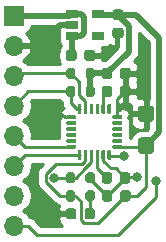
<source format=gtl>
G04 #@! TF.GenerationSoftware,KiCad,Pcbnew,(5.1.12)-1*
G04 #@! TF.CreationDate,2022-10-01T18:20:28+09:00*
G04 #@! TF.ProjectId,AT,41542e6b-6963-4616-945f-706362585858,rev?*
G04 #@! TF.SameCoordinates,PX6146580PY496ed40*
G04 #@! TF.FileFunction,Copper,L1,Top*
G04 #@! TF.FilePolarity,Positive*
%FSLAX46Y46*%
G04 Gerber Fmt 4.6, Leading zero omitted, Abs format (unit mm)*
G04 Created by KiCad (PCBNEW (5.1.12)-1) date 2022-10-01 18:20:28*
%MOMM*%
%LPD*%
G01*
G04 APERTURE LIST*
G04 #@! TA.AperFunction,ComponentPad*
%ADD10O,1.700000X1.700000*%
G04 #@! TD*
G04 #@! TA.AperFunction,ComponentPad*
%ADD11R,1.700000X1.700000*%
G04 #@! TD*
G04 #@! TA.AperFunction,SMDPad,CuDef*
%ADD12R,1.060000X0.650000*%
G04 #@! TD*
G04 #@! TA.AperFunction,ViaPad*
%ADD13C,0.800000*%
G04 #@! TD*
G04 #@! TA.AperFunction,Conductor*
%ADD14C,0.250000*%
G04 #@! TD*
G04 #@! TA.AperFunction,Conductor*
%ADD15C,0.500000*%
G04 #@! TD*
G04 #@! TA.AperFunction,Conductor*
%ADD16C,0.254000*%
G04 #@! TD*
G04 #@! TA.AperFunction,Conductor*
%ADD17C,0.100000*%
G04 #@! TD*
G04 APERTURE END LIST*
G04 #@! TO.P,C6,2*
G04 #@! TO.N,GND*
G04 #@! TA.AperFunction,SMDPad,CuDef*
G36*
G01*
X10360000Y-15090000D02*
X10360000Y-14590000D01*
G75*
G02*
X10585000Y-14365000I225000J0D01*
G01*
X11035000Y-14365000D01*
G75*
G02*
X11260000Y-14590000I0J-225000D01*
G01*
X11260000Y-15090000D01*
G75*
G02*
X11035000Y-15315000I-225000J0D01*
G01*
X10585000Y-15315000D01*
G75*
G02*
X10360000Y-15090000I0J225000D01*
G01*
G37*
G04 #@! TD.AperFunction*
G04 #@! TO.P,C6,1*
G04 #@! TO.N,Net-(C6-Pad1)*
G04 #@! TA.AperFunction,SMDPad,CuDef*
G36*
G01*
X8810000Y-15090000D02*
X8810000Y-14590000D01*
G75*
G02*
X9035000Y-14365000I225000J0D01*
G01*
X9485000Y-14365000D01*
G75*
G02*
X9710000Y-14590000I0J-225000D01*
G01*
X9710000Y-15090000D01*
G75*
G02*
X9485000Y-15315000I-225000J0D01*
G01*
X9035000Y-15315000D01*
G75*
G02*
X8810000Y-15090000I0J225000D01*
G01*
G37*
G04 #@! TD.AperFunction*
G04 #@! TD*
G04 #@! TO.P,D1,2*
G04 #@! TO.N,Net-(D1-Pad2)*
G04 #@! TA.AperFunction,SMDPad,CuDef*
G36*
G01*
X7370000Y-18136250D02*
X7370000Y-17623750D01*
G75*
G02*
X7588750Y-17405000I218750J0D01*
G01*
X8026250Y-17405000D01*
G75*
G02*
X8245000Y-17623750I0J-218750D01*
G01*
X8245000Y-18136250D01*
G75*
G02*
X8026250Y-18355000I-218750J0D01*
G01*
X7588750Y-18355000D01*
G75*
G02*
X7370000Y-18136250I0J218750D01*
G01*
G37*
G04 #@! TD.AperFunction*
G04 #@! TO.P,D1,1*
G04 #@! TO.N,GND*
G04 #@! TA.AperFunction,SMDPad,CuDef*
G36*
G01*
X5795000Y-18136250D02*
X5795000Y-17623750D01*
G75*
G02*
X6013750Y-17405000I218750J0D01*
G01*
X6451250Y-17405000D01*
G75*
G02*
X6670000Y-17623750I0J-218750D01*
G01*
X6670000Y-18136250D01*
G75*
G02*
X6451250Y-18355000I-218750J0D01*
G01*
X6013750Y-18355000D01*
G75*
G02*
X5795000Y-18136250I0J218750D01*
G01*
G37*
G04 #@! TD.AperFunction*
G04 #@! TD*
G04 #@! TO.P,R4,2*
G04 #@! TO.N,GND*
G04 #@! TA.AperFunction,SMDPad,CuDef*
G36*
G01*
X7450000Y-15105000D02*
X7450000Y-14555000D01*
G75*
G02*
X7650000Y-14355000I200000J0D01*
G01*
X8050000Y-14355000D01*
G75*
G02*
X8250000Y-14555000I0J-200000D01*
G01*
X8250000Y-15105000D01*
G75*
G02*
X8050000Y-15305000I-200000J0D01*
G01*
X7650000Y-15305000D01*
G75*
G02*
X7450000Y-15105000I0J200000D01*
G01*
G37*
G04 #@! TD.AperFunction*
G04 #@! TO.P,R4,1*
G04 #@! TO.N,/AD0*
G04 #@! TA.AperFunction,SMDPad,CuDef*
G36*
G01*
X5800000Y-15105000D02*
X5800000Y-14555000D01*
G75*
G02*
X6000000Y-14355000I200000J0D01*
G01*
X6400000Y-14355000D01*
G75*
G02*
X6600000Y-14555000I0J-200000D01*
G01*
X6600000Y-15105000D01*
G75*
G02*
X6400000Y-15305000I-200000J0D01*
G01*
X6000000Y-15305000D01*
G75*
G02*
X5800000Y-15105000I0J200000D01*
G01*
G37*
G04 #@! TD.AperFunction*
G04 #@! TD*
G04 #@! TO.P,R3,2*
G04 #@! TO.N,+3V3*
G04 #@! TA.AperFunction,SMDPad,CuDef*
G36*
G01*
X6595000Y-16085000D02*
X6595000Y-16635000D01*
G75*
G02*
X6395000Y-16835000I-200000J0D01*
G01*
X5995000Y-16835000D01*
G75*
G02*
X5795000Y-16635000I0J200000D01*
G01*
X5795000Y-16085000D01*
G75*
G02*
X5995000Y-15885000I200000J0D01*
G01*
X6395000Y-15885000D01*
G75*
G02*
X6595000Y-16085000I0J-200000D01*
G01*
G37*
G04 #@! TD.AperFunction*
G04 #@! TO.P,R3,1*
G04 #@! TO.N,Net-(D1-Pad2)*
G04 #@! TA.AperFunction,SMDPad,CuDef*
G36*
G01*
X8245000Y-16085000D02*
X8245000Y-16635000D01*
G75*
G02*
X8045000Y-16835000I-200000J0D01*
G01*
X7645000Y-16835000D01*
G75*
G02*
X7445000Y-16635000I0J200000D01*
G01*
X7445000Y-16085000D01*
G75*
G02*
X7645000Y-15885000I200000J0D01*
G01*
X8045000Y-15885000D01*
G75*
G02*
X8245000Y-16085000I0J-200000D01*
G01*
G37*
G04 #@! TD.AperFunction*
G04 #@! TD*
G04 #@! TO.P,R2,2*
G04 #@! TO.N,+3V3*
G04 #@! TA.AperFunction,SMDPad,CuDef*
G36*
G01*
X7455000Y-7785000D02*
X7455000Y-7235000D01*
G75*
G02*
X7655000Y-7035000I200000J0D01*
G01*
X8055000Y-7035000D01*
G75*
G02*
X8255000Y-7235000I0J-200000D01*
G01*
X8255000Y-7785000D01*
G75*
G02*
X8055000Y-7985000I-200000J0D01*
G01*
X7655000Y-7985000D01*
G75*
G02*
X7455000Y-7785000I0J200000D01*
G01*
G37*
G04 #@! TD.AperFunction*
G04 #@! TO.P,R2,1*
G04 #@! TO.N,/SDA*
G04 #@! TA.AperFunction,SMDPad,CuDef*
G36*
G01*
X5805000Y-7785000D02*
X5805000Y-7235000D01*
G75*
G02*
X6005000Y-7035000I200000J0D01*
G01*
X6405000Y-7035000D01*
G75*
G02*
X6605000Y-7235000I0J-200000D01*
G01*
X6605000Y-7785000D01*
G75*
G02*
X6405000Y-7985000I-200000J0D01*
G01*
X6005000Y-7985000D01*
G75*
G02*
X5805000Y-7785000I0J200000D01*
G01*
G37*
G04 #@! TD.AperFunction*
G04 #@! TD*
G04 #@! TO.P,R1,2*
G04 #@! TO.N,+3V3*
G04 #@! TA.AperFunction,SMDPad,CuDef*
G36*
G01*
X7455000Y-6265000D02*
X7455000Y-5715000D01*
G75*
G02*
X7655000Y-5515000I200000J0D01*
G01*
X8055000Y-5515000D01*
G75*
G02*
X8255000Y-5715000I0J-200000D01*
G01*
X8255000Y-6265000D01*
G75*
G02*
X8055000Y-6465000I-200000J0D01*
G01*
X7655000Y-6465000D01*
G75*
G02*
X7455000Y-6265000I0J200000D01*
G01*
G37*
G04 #@! TD.AperFunction*
G04 #@! TO.P,R1,1*
G04 #@! TO.N,/SCL*
G04 #@! TA.AperFunction,SMDPad,CuDef*
G36*
G01*
X5805000Y-6265000D02*
X5805000Y-5715000D01*
G75*
G02*
X6005000Y-5515000I200000J0D01*
G01*
X6405000Y-5515000D01*
G75*
G02*
X6605000Y-5715000I0J-200000D01*
G01*
X6605000Y-6265000D01*
G75*
G02*
X6405000Y-6465000I-200000J0D01*
G01*
X6005000Y-6465000D01*
G75*
G02*
X5805000Y-6265000I0J200000D01*
G01*
G37*
G04 #@! TD.AperFunction*
G04 #@! TD*
G04 #@! TO.P,C7,2*
G04 #@! TO.N,GND*
G04 #@! TA.AperFunction,SMDPad,CuDef*
G36*
G01*
X10370000Y-7760000D02*
X10370000Y-7260000D01*
G75*
G02*
X10595000Y-7035000I225000J0D01*
G01*
X11045000Y-7035000D01*
G75*
G02*
X11270000Y-7260000I0J-225000D01*
G01*
X11270000Y-7760000D01*
G75*
G02*
X11045000Y-7985000I-225000J0D01*
G01*
X10595000Y-7985000D01*
G75*
G02*
X10370000Y-7760000I0J225000D01*
G01*
G37*
G04 #@! TD.AperFunction*
G04 #@! TO.P,C7,1*
G04 #@! TO.N,Net-(C7-Pad1)*
G04 #@! TA.AperFunction,SMDPad,CuDef*
G36*
G01*
X8820000Y-7760000D02*
X8820000Y-7260000D01*
G75*
G02*
X9045000Y-7035000I225000J0D01*
G01*
X9495000Y-7035000D01*
G75*
G02*
X9720000Y-7260000I0J-225000D01*
G01*
X9720000Y-7760000D01*
G75*
G02*
X9495000Y-7985000I-225000J0D01*
G01*
X9045000Y-7985000D01*
G75*
G02*
X8820000Y-7760000I0J225000D01*
G01*
G37*
G04 #@! TD.AperFunction*
G04 #@! TD*
G04 #@! TO.P,C5,2*
G04 #@! TO.N,+3V3*
G04 #@! TA.AperFunction,SMDPad,CuDef*
G36*
G01*
X10450000Y-1465000D02*
X9950000Y-1465000D01*
G75*
G02*
X9725000Y-1240000I0J225000D01*
G01*
X9725000Y-790000D01*
G75*
G02*
X9950000Y-565000I225000J0D01*
G01*
X10450000Y-565000D01*
G75*
G02*
X10675000Y-790000I0J-225000D01*
G01*
X10675000Y-1240000D01*
G75*
G02*
X10450000Y-1465000I-225000J0D01*
G01*
G37*
G04 #@! TD.AperFunction*
G04 #@! TO.P,C5,1*
G04 #@! TO.N,GND*
G04 #@! TA.AperFunction,SMDPad,CuDef*
G36*
G01*
X10450000Y-3015000D02*
X9950000Y-3015000D01*
G75*
G02*
X9725000Y-2790000I0J225000D01*
G01*
X9725000Y-2340000D01*
G75*
G02*
X9950000Y-2115000I225000J0D01*
G01*
X10450000Y-2115000D01*
G75*
G02*
X10675000Y-2340000I0J-225000D01*
G01*
X10675000Y-2790000D01*
G75*
G02*
X10450000Y-3015000I-225000J0D01*
G01*
G37*
G04 #@! TD.AperFunction*
G04 #@! TD*
G04 #@! TO.P,C4,2*
G04 #@! TO.N,GND*
G04 #@! TA.AperFunction,SMDPad,CuDef*
G36*
G01*
X9735000Y-16110000D02*
X9735000Y-16610000D01*
G75*
G02*
X9510000Y-16835000I-225000J0D01*
G01*
X9060000Y-16835000D01*
G75*
G02*
X8835000Y-16610000I0J225000D01*
G01*
X8835000Y-16110000D01*
G75*
G02*
X9060000Y-15885000I225000J0D01*
G01*
X9510000Y-15885000D01*
G75*
G02*
X9735000Y-16110000I0J-225000D01*
G01*
G37*
G04 #@! TD.AperFunction*
G04 #@! TO.P,C4,1*
G04 #@! TO.N,+3V3*
G04 #@! TA.AperFunction,SMDPad,CuDef*
G36*
G01*
X11285000Y-16110000D02*
X11285000Y-16610000D01*
G75*
G02*
X11060000Y-16835000I-225000J0D01*
G01*
X10610000Y-16835000D01*
G75*
G02*
X10385000Y-16610000I0J225000D01*
G01*
X10385000Y-16110000D01*
G75*
G02*
X10610000Y-15885000I225000J0D01*
G01*
X11060000Y-15885000D01*
G75*
G02*
X11285000Y-16110000I0J-225000D01*
G01*
G37*
G04 #@! TD.AperFunction*
G04 #@! TD*
G04 #@! TO.P,C3,2*
G04 #@! TO.N,GND*
G04 #@! TA.AperFunction,SMDPad,CuDef*
G36*
G01*
X10375000Y-6240000D02*
X10375000Y-5740000D01*
G75*
G02*
X10600000Y-5515000I225000J0D01*
G01*
X11050000Y-5515000D01*
G75*
G02*
X11275000Y-5740000I0J-225000D01*
G01*
X11275000Y-6240000D01*
G75*
G02*
X11050000Y-6465000I-225000J0D01*
G01*
X10600000Y-6465000D01*
G75*
G02*
X10375000Y-6240000I0J225000D01*
G01*
G37*
G04 #@! TD.AperFunction*
G04 #@! TO.P,C3,1*
G04 #@! TO.N,+3V3*
G04 #@! TA.AperFunction,SMDPad,CuDef*
G36*
G01*
X8825000Y-6240000D02*
X8825000Y-5740000D01*
G75*
G02*
X9050000Y-5515000I225000J0D01*
G01*
X9500000Y-5515000D01*
G75*
G02*
X9725000Y-5740000I0J-225000D01*
G01*
X9725000Y-6240000D01*
G75*
G02*
X9500000Y-6465000I-225000J0D01*
G01*
X9050000Y-6465000D01*
G75*
G02*
X8825000Y-6240000I0J225000D01*
G01*
G37*
G04 #@! TD.AperFunction*
G04 #@! TD*
G04 #@! TO.P,C1,2*
G04 #@! TO.N,GND*
G04 #@! TA.AperFunction,SMDPad,CuDef*
G36*
G01*
X7355000Y-4720000D02*
X7355000Y-4220000D01*
G75*
G02*
X7580000Y-3995000I225000J0D01*
G01*
X8030000Y-3995000D01*
G75*
G02*
X8255000Y-4220000I0J-225000D01*
G01*
X8255000Y-4720000D01*
G75*
G02*
X8030000Y-4945000I-225000J0D01*
G01*
X7580000Y-4945000D01*
G75*
G02*
X7355000Y-4720000I0J225000D01*
G01*
G37*
G04 #@! TD.AperFunction*
G04 #@! TO.P,C1,1*
G04 #@! TO.N,+5V*
G04 #@! TA.AperFunction,SMDPad,CuDef*
G36*
G01*
X5805000Y-4720000D02*
X5805000Y-4220000D01*
G75*
G02*
X6030000Y-3995000I225000J0D01*
G01*
X6480000Y-3995000D01*
G75*
G02*
X6705000Y-4220000I0J-225000D01*
G01*
X6705000Y-4720000D01*
G75*
G02*
X6480000Y-4945000I-225000J0D01*
G01*
X6030000Y-4945000D01*
G75*
G02*
X5805000Y-4720000I0J225000D01*
G01*
G37*
G04 #@! TD.AperFunction*
G04 #@! TD*
G04 #@! TO.P,C2,2*
G04 #@! TO.N,GND*
G04 #@! TA.AperFunction,SMDPad,CuDef*
G36*
G01*
X13005001Y-10110000D02*
X12154999Y-10110000D01*
G75*
G02*
X11905000Y-9860001I0J249999D01*
G01*
X11905000Y-8959999D01*
G75*
G02*
X12154999Y-8710000I249999J0D01*
G01*
X13005001Y-8710000D01*
G75*
G02*
X13255000Y-8959999I0J-249999D01*
G01*
X13255000Y-9860001D01*
G75*
G02*
X13005001Y-10110000I-249999J0D01*
G01*
G37*
G04 #@! TD.AperFunction*
G04 #@! TO.P,C2,1*
G04 #@! TO.N,+3V3*
G04 #@! TA.AperFunction,SMDPad,CuDef*
G36*
G01*
X13005001Y-12810000D02*
X12154999Y-12810000D01*
G75*
G02*
X11905000Y-12560001I0J249999D01*
G01*
X11905000Y-11659999D01*
G75*
G02*
X12154999Y-11410000I249999J0D01*
G01*
X13005001Y-11410000D01*
G75*
G02*
X13255000Y-11659999I0J-249999D01*
G01*
X13255000Y-12560001D01*
G75*
G02*
X13005001Y-12810000I-249999J0D01*
G01*
G37*
G04 #@! TD.AperFunction*
G04 #@! TD*
D10*
G04 #@! TO.P,J1,8*
G04 #@! TO.N,/INT*
X1400000Y-18880000D03*
G04 #@! TO.P,J1,7*
G04 #@! TO.N,/AD0*
X1400000Y-16340000D03*
G04 #@! TO.P,J1,6*
G04 #@! TO.N,/XCL*
X1400000Y-13800000D03*
G04 #@! TO.P,J1,5*
G04 #@! TO.N,/XDA*
X1400000Y-11260000D03*
G04 #@! TO.P,J1,4*
G04 #@! TO.N,/SDA*
X1400000Y-8720000D03*
G04 #@! TO.P,J1,3*
G04 #@! TO.N,/SCL*
X1400000Y-6180000D03*
G04 #@! TO.P,J1,2*
G04 #@! TO.N,GND*
X1400000Y-3640000D03*
D11*
G04 #@! TO.P,J1,1*
G04 #@! TO.N,+5V*
X1400000Y-1100000D03*
G04 #@! TD*
G04 #@! TO.P,U2,24*
G04 #@! TO.N,/SDA*
G04 #@! TA.AperFunction,SMDPad,CuDef*
G36*
G01*
X7025000Y-9425000D02*
X6875000Y-9425000D01*
G75*
G02*
X6800000Y-9350000I0J75000D01*
G01*
X6800000Y-8650000D01*
G75*
G02*
X6875000Y-8575000I75000J0D01*
G01*
X7025000Y-8575000D01*
G75*
G02*
X7100000Y-8650000I0J-75000D01*
G01*
X7100000Y-9350000D01*
G75*
G02*
X7025000Y-9425000I-75000J0D01*
G01*
G37*
G04 #@! TD.AperFunction*
G04 #@! TO.P,U2,23*
G04 #@! TO.N,/SCL*
G04 #@! TA.AperFunction,SMDPad,CuDef*
G36*
G01*
X7525000Y-9425000D02*
X7375000Y-9425000D01*
G75*
G02*
X7300000Y-9350000I0J75000D01*
G01*
X7300000Y-8650000D01*
G75*
G02*
X7375000Y-8575000I75000J0D01*
G01*
X7525000Y-8575000D01*
G75*
G02*
X7600000Y-8650000I0J-75000D01*
G01*
X7600000Y-9350000D01*
G75*
G02*
X7525000Y-9425000I-75000J0D01*
G01*
G37*
G04 #@! TD.AperFunction*
G04 #@! TO.P,U2,22*
G04 #@! TO.N,N/C*
G04 #@! TA.AperFunction,SMDPad,CuDef*
G36*
G01*
X8025000Y-9425000D02*
X7875000Y-9425000D01*
G75*
G02*
X7800000Y-9350000I0J75000D01*
G01*
X7800000Y-8650000D01*
G75*
G02*
X7875000Y-8575000I75000J0D01*
G01*
X8025000Y-8575000D01*
G75*
G02*
X8100000Y-8650000I0J-75000D01*
G01*
X8100000Y-9350000D01*
G75*
G02*
X8025000Y-9425000I-75000J0D01*
G01*
G37*
G04 #@! TD.AperFunction*
G04 #@! TO.P,U2,21*
G04 #@! TA.AperFunction,SMDPad,CuDef*
G36*
G01*
X8525000Y-9425000D02*
X8375000Y-9425000D01*
G75*
G02*
X8300000Y-9350000I0J75000D01*
G01*
X8300000Y-8650000D01*
G75*
G02*
X8375000Y-8575000I75000J0D01*
G01*
X8525000Y-8575000D01*
G75*
G02*
X8600000Y-8650000I0J-75000D01*
G01*
X8600000Y-9350000D01*
G75*
G02*
X8525000Y-9425000I-75000J0D01*
G01*
G37*
G04 #@! TD.AperFunction*
G04 #@! TO.P,U2,20*
G04 #@! TO.N,Net-(C7-Pad1)*
G04 #@! TA.AperFunction,SMDPad,CuDef*
G36*
G01*
X9025000Y-9425000D02*
X8875000Y-9425000D01*
G75*
G02*
X8800000Y-9350000I0J75000D01*
G01*
X8800000Y-8650000D01*
G75*
G02*
X8875000Y-8575000I75000J0D01*
G01*
X9025000Y-8575000D01*
G75*
G02*
X9100000Y-8650000I0J-75000D01*
G01*
X9100000Y-9350000D01*
G75*
G02*
X9025000Y-9425000I-75000J0D01*
G01*
G37*
G04 #@! TD.AperFunction*
G04 #@! TO.P,U2,19*
G04 #@! TO.N,N/C*
G04 #@! TA.AperFunction,SMDPad,CuDef*
G36*
G01*
X9525000Y-9425000D02*
X9375000Y-9425000D01*
G75*
G02*
X9300000Y-9350000I0J75000D01*
G01*
X9300000Y-8650000D01*
G75*
G02*
X9375000Y-8575000I75000J0D01*
G01*
X9525000Y-8575000D01*
G75*
G02*
X9600000Y-8650000I0J-75000D01*
G01*
X9600000Y-9350000D01*
G75*
G02*
X9525000Y-9425000I-75000J0D01*
G01*
G37*
G04 #@! TD.AperFunction*
G04 #@! TO.P,U2,18*
G04 #@! TO.N,GND*
G04 #@! TA.AperFunction,SMDPad,CuDef*
G36*
G01*
X9725000Y-9775000D02*
X9725000Y-9625000D01*
G75*
G02*
X9800000Y-9550000I75000J0D01*
G01*
X10500000Y-9550000D01*
G75*
G02*
X10575000Y-9625000I0J-75000D01*
G01*
X10575000Y-9775000D01*
G75*
G02*
X10500000Y-9850000I-75000J0D01*
G01*
X9800000Y-9850000D01*
G75*
G02*
X9725000Y-9775000I0J75000D01*
G01*
G37*
G04 #@! TD.AperFunction*
G04 #@! TO.P,U2,17*
G04 #@! TO.N,N/C*
G04 #@! TA.AperFunction,SMDPad,CuDef*
G36*
G01*
X9725000Y-10275000D02*
X9725000Y-10125000D01*
G75*
G02*
X9800000Y-10050000I75000J0D01*
G01*
X10500000Y-10050000D01*
G75*
G02*
X10575000Y-10125000I0J-75000D01*
G01*
X10575000Y-10275000D01*
G75*
G02*
X10500000Y-10350000I-75000J0D01*
G01*
X9800000Y-10350000D01*
G75*
G02*
X9725000Y-10275000I0J75000D01*
G01*
G37*
G04 #@! TD.AperFunction*
G04 #@! TO.P,U2,16*
G04 #@! TA.AperFunction,SMDPad,CuDef*
G36*
G01*
X9725000Y-10775000D02*
X9725000Y-10625000D01*
G75*
G02*
X9800000Y-10550000I75000J0D01*
G01*
X10500000Y-10550000D01*
G75*
G02*
X10575000Y-10625000I0J-75000D01*
G01*
X10575000Y-10775000D01*
G75*
G02*
X10500000Y-10850000I-75000J0D01*
G01*
X9800000Y-10850000D01*
G75*
G02*
X9725000Y-10775000I0J75000D01*
G01*
G37*
G04 #@! TD.AperFunction*
G04 #@! TO.P,U2,15*
G04 #@! TA.AperFunction,SMDPad,CuDef*
G36*
G01*
X9725000Y-11275000D02*
X9725000Y-11125000D01*
G75*
G02*
X9800000Y-11050000I75000J0D01*
G01*
X10500000Y-11050000D01*
G75*
G02*
X10575000Y-11125000I0J-75000D01*
G01*
X10575000Y-11275000D01*
G75*
G02*
X10500000Y-11350000I-75000J0D01*
G01*
X9800000Y-11350000D01*
G75*
G02*
X9725000Y-11275000I0J75000D01*
G01*
G37*
G04 #@! TD.AperFunction*
G04 #@! TO.P,U2,14*
G04 #@! TA.AperFunction,SMDPad,CuDef*
G36*
G01*
X9725000Y-11775000D02*
X9725000Y-11625000D01*
G75*
G02*
X9800000Y-11550000I75000J0D01*
G01*
X10500000Y-11550000D01*
G75*
G02*
X10575000Y-11625000I0J-75000D01*
G01*
X10575000Y-11775000D01*
G75*
G02*
X10500000Y-11850000I-75000J0D01*
G01*
X9800000Y-11850000D01*
G75*
G02*
X9725000Y-11775000I0J75000D01*
G01*
G37*
G04 #@! TD.AperFunction*
G04 #@! TO.P,U2,13*
G04 #@! TO.N,+3V3*
G04 #@! TA.AperFunction,SMDPad,CuDef*
G36*
G01*
X9725000Y-12275000D02*
X9725000Y-12125000D01*
G75*
G02*
X9800000Y-12050000I75000J0D01*
G01*
X10500000Y-12050000D01*
G75*
G02*
X10575000Y-12125000I0J-75000D01*
G01*
X10575000Y-12275000D01*
G75*
G02*
X10500000Y-12350000I-75000J0D01*
G01*
X9800000Y-12350000D01*
G75*
G02*
X9725000Y-12275000I0J75000D01*
G01*
G37*
G04 #@! TD.AperFunction*
G04 #@! TO.P,U2,12*
G04 #@! TO.N,/INT*
G04 #@! TA.AperFunction,SMDPad,CuDef*
G36*
G01*
X9525000Y-13325000D02*
X9375000Y-13325000D01*
G75*
G02*
X9300000Y-13250000I0J75000D01*
G01*
X9300000Y-12550000D01*
G75*
G02*
X9375000Y-12475000I75000J0D01*
G01*
X9525000Y-12475000D01*
G75*
G02*
X9600000Y-12550000I0J-75000D01*
G01*
X9600000Y-13250000D01*
G75*
G02*
X9525000Y-13325000I-75000J0D01*
G01*
G37*
G04 #@! TD.AperFunction*
G04 #@! TO.P,U2,11*
G04 #@! TO.N,GND*
G04 #@! TA.AperFunction,SMDPad,CuDef*
G36*
G01*
X9025000Y-13325000D02*
X8875000Y-13325000D01*
G75*
G02*
X8800000Y-13250000I0J75000D01*
G01*
X8800000Y-12550000D01*
G75*
G02*
X8875000Y-12475000I75000J0D01*
G01*
X9025000Y-12475000D01*
G75*
G02*
X9100000Y-12550000I0J-75000D01*
G01*
X9100000Y-13250000D01*
G75*
G02*
X9025000Y-13325000I-75000J0D01*
G01*
G37*
G04 #@! TD.AperFunction*
G04 #@! TO.P,U2,10*
G04 #@! TO.N,Net-(C6-Pad1)*
G04 #@! TA.AperFunction,SMDPad,CuDef*
G36*
G01*
X8525000Y-13325000D02*
X8375000Y-13325000D01*
G75*
G02*
X8300000Y-13250000I0J75000D01*
G01*
X8300000Y-12550000D01*
G75*
G02*
X8375000Y-12475000I75000J0D01*
G01*
X8525000Y-12475000D01*
G75*
G02*
X8600000Y-12550000I0J-75000D01*
G01*
X8600000Y-13250000D01*
G75*
G02*
X8525000Y-13325000I-75000J0D01*
G01*
G37*
G04 #@! TD.AperFunction*
G04 #@! TO.P,U2,9*
G04 #@! TO.N,/AD0*
G04 #@! TA.AperFunction,SMDPad,CuDef*
G36*
G01*
X8025000Y-13325000D02*
X7875000Y-13325000D01*
G75*
G02*
X7800000Y-13250000I0J75000D01*
G01*
X7800000Y-12550000D01*
G75*
G02*
X7875000Y-12475000I75000J0D01*
G01*
X8025000Y-12475000D01*
G75*
G02*
X8100000Y-12550000I0J-75000D01*
G01*
X8100000Y-13250000D01*
G75*
G02*
X8025000Y-13325000I-75000J0D01*
G01*
G37*
G04 #@! TD.AperFunction*
G04 #@! TO.P,U2,8*
G04 #@! TO.N,+3V3*
G04 #@! TA.AperFunction,SMDPad,CuDef*
G36*
G01*
X7525000Y-13325000D02*
X7375000Y-13325000D01*
G75*
G02*
X7300000Y-13250000I0J75000D01*
G01*
X7300000Y-12550000D01*
G75*
G02*
X7375000Y-12475000I75000J0D01*
G01*
X7525000Y-12475000D01*
G75*
G02*
X7600000Y-12550000I0J-75000D01*
G01*
X7600000Y-13250000D01*
G75*
G02*
X7525000Y-13325000I-75000J0D01*
G01*
G37*
G04 #@! TD.AperFunction*
G04 #@! TO.P,U2,7*
G04 #@! TO.N,/XCL*
G04 #@! TA.AperFunction,SMDPad,CuDef*
G36*
G01*
X7025000Y-13325000D02*
X6875000Y-13325000D01*
G75*
G02*
X6800000Y-13250000I0J75000D01*
G01*
X6800000Y-12550000D01*
G75*
G02*
X6875000Y-12475000I75000J0D01*
G01*
X7025000Y-12475000D01*
G75*
G02*
X7100000Y-12550000I0J-75000D01*
G01*
X7100000Y-13250000D01*
G75*
G02*
X7025000Y-13325000I-75000J0D01*
G01*
G37*
G04 #@! TD.AperFunction*
G04 #@! TO.P,U2,6*
G04 #@! TO.N,/XDA*
G04 #@! TA.AperFunction,SMDPad,CuDef*
G36*
G01*
X5825000Y-12275000D02*
X5825000Y-12125000D01*
G75*
G02*
X5900000Y-12050000I75000J0D01*
G01*
X6600000Y-12050000D01*
G75*
G02*
X6675000Y-12125000I0J-75000D01*
G01*
X6675000Y-12275000D01*
G75*
G02*
X6600000Y-12350000I-75000J0D01*
G01*
X5900000Y-12350000D01*
G75*
G02*
X5825000Y-12275000I0J75000D01*
G01*
G37*
G04 #@! TD.AperFunction*
G04 #@! TO.P,U2,5*
G04 #@! TO.N,N/C*
G04 #@! TA.AperFunction,SMDPad,CuDef*
G36*
G01*
X5825000Y-11775000D02*
X5825000Y-11625000D01*
G75*
G02*
X5900000Y-11550000I75000J0D01*
G01*
X6600000Y-11550000D01*
G75*
G02*
X6675000Y-11625000I0J-75000D01*
G01*
X6675000Y-11775000D01*
G75*
G02*
X6600000Y-11850000I-75000J0D01*
G01*
X5900000Y-11850000D01*
G75*
G02*
X5825000Y-11775000I0J75000D01*
G01*
G37*
G04 #@! TD.AperFunction*
G04 #@! TO.P,U2,4*
G04 #@! TA.AperFunction,SMDPad,CuDef*
G36*
G01*
X5825000Y-11275000D02*
X5825000Y-11125000D01*
G75*
G02*
X5900000Y-11050000I75000J0D01*
G01*
X6600000Y-11050000D01*
G75*
G02*
X6675000Y-11125000I0J-75000D01*
G01*
X6675000Y-11275000D01*
G75*
G02*
X6600000Y-11350000I-75000J0D01*
G01*
X5900000Y-11350000D01*
G75*
G02*
X5825000Y-11275000I0J75000D01*
G01*
G37*
G04 #@! TD.AperFunction*
G04 #@! TO.P,U2,3*
G04 #@! TA.AperFunction,SMDPad,CuDef*
G36*
G01*
X5825000Y-10775000D02*
X5825000Y-10625000D01*
G75*
G02*
X5900000Y-10550000I75000J0D01*
G01*
X6600000Y-10550000D01*
G75*
G02*
X6675000Y-10625000I0J-75000D01*
G01*
X6675000Y-10775000D01*
G75*
G02*
X6600000Y-10850000I-75000J0D01*
G01*
X5900000Y-10850000D01*
G75*
G02*
X5825000Y-10775000I0J75000D01*
G01*
G37*
G04 #@! TD.AperFunction*
G04 #@! TO.P,U2,2*
G04 #@! TA.AperFunction,SMDPad,CuDef*
G36*
G01*
X5825000Y-10275000D02*
X5825000Y-10125000D01*
G75*
G02*
X5900000Y-10050000I75000J0D01*
G01*
X6600000Y-10050000D01*
G75*
G02*
X6675000Y-10125000I0J-75000D01*
G01*
X6675000Y-10275000D01*
G75*
G02*
X6600000Y-10350000I-75000J0D01*
G01*
X5900000Y-10350000D01*
G75*
G02*
X5825000Y-10275000I0J75000D01*
G01*
G37*
G04 #@! TD.AperFunction*
G04 #@! TO.P,U2,1*
G04 #@! TO.N,GND*
G04 #@! TA.AperFunction,SMDPad,CuDef*
G36*
G01*
X5825000Y-9775000D02*
X5825000Y-9625000D01*
G75*
G02*
X5900000Y-9550000I75000J0D01*
G01*
X6600000Y-9550000D01*
G75*
G02*
X6675000Y-9625000I0J-75000D01*
G01*
X6675000Y-9775000D01*
G75*
G02*
X6600000Y-9850000I-75000J0D01*
G01*
X5900000Y-9850000D01*
G75*
G02*
X5825000Y-9775000I0J75000D01*
G01*
G37*
G04 #@! TD.AperFunction*
G04 #@! TD*
D12*
G04 #@! TO.P,U1,5*
G04 #@! TO.N,+3V3*
X8550000Y-930000D03*
G04 #@! TO.P,U1,4*
G04 #@! TO.N,N/C*
X8550000Y-2830000D03*
G04 #@! TO.P,U1,3*
G04 #@! TO.N,+5V*
X6350000Y-2830000D03*
G04 #@! TO.P,U1,2*
G04 #@! TO.N,GND*
X6350000Y-1880000D03*
G04 #@! TO.P,U1,1*
G04 #@! TO.N,+5V*
X6350000Y-930000D03*
G04 #@! TD*
D13*
G04 #@! TO.N,GND*
X3920000Y-17580000D03*
X11820000Y-14790000D03*
X12420000Y-5100000D03*
X9350000Y-4110000D03*
X4550000Y-3170000D03*
X4910000Y-8910000D03*
G04 #@! TO.N,/INT*
X13390000Y-15130000D03*
X10730000Y-12980000D03*
G04 #@! TO.N,/AD0*
X4820000Y-14830000D03*
G04 #@! TD*
D14*
G04 #@! TO.N,GND*
X9599288Y-14039990D02*
X10009990Y-14039990D01*
X8974990Y-13415692D02*
X9599288Y-14039990D01*
X8974990Y-12904990D02*
X8974990Y-13415692D01*
X8970000Y-12900000D02*
X8974990Y-12904990D01*
X8950000Y-12900000D02*
X8970000Y-12900000D01*
X10009990Y-14039990D02*
X10810000Y-14840000D01*
X7850000Y-14925000D02*
X9285000Y-16360000D01*
X7850000Y-14830000D02*
X7850000Y-14925000D01*
X9290000Y-16360000D02*
X10810000Y-14840000D01*
X9285000Y-16360000D02*
X9290000Y-16360000D01*
X10860000Y-14790000D02*
X10810000Y-14840000D01*
X11820000Y-14790000D02*
X10860000Y-14790000D01*
X10150000Y-8180000D02*
X10820000Y-7510000D01*
X10150000Y-9700000D02*
X10150000Y-8180000D01*
X6250000Y-9700000D02*
X5700000Y-9700000D01*
X5700000Y-9700000D02*
X4910000Y-8910000D01*
X4910000Y-8910000D02*
X4910000Y-8910000D01*
D15*
X4550000Y-2604315D02*
X4550000Y-3170000D01*
X5274315Y-1880000D02*
X4550000Y-2604315D01*
X6350000Y-1880000D02*
X5274315Y-1880000D01*
D14*
G04 #@! TO.N,Net-(D1-Pad2)*
X7807500Y-16397500D02*
X7845000Y-16360000D01*
X7807500Y-17880000D02*
X7807500Y-16397500D01*
D15*
G04 #@! TO.N,+5V*
X6180000Y-1100000D02*
X6350000Y-930000D01*
X1400000Y-1100000D02*
X6180000Y-1100000D01*
X6350000Y-4375000D02*
X6255000Y-4470000D01*
X6350000Y-2830000D02*
X6350000Y-4375000D01*
X7065002Y-930000D02*
X6350000Y-930000D01*
X7330001Y-1194999D02*
X7065002Y-930000D01*
X7330001Y-2565001D02*
X7330001Y-1194999D01*
X7065002Y-2830000D02*
X7330001Y-2565001D01*
X6350000Y-2830000D02*
X7065002Y-2830000D01*
D14*
G04 #@! TO.N,+3V3*
X10835000Y-16360000D02*
X11120000Y-16360000D01*
X12490000Y-12200000D02*
X12580000Y-12110000D01*
X10150000Y-12200000D02*
X12490000Y-12200000D01*
D15*
X7855000Y-7510000D02*
X7855000Y-5990000D01*
X7855000Y-5990000D02*
X9275000Y-5990000D01*
X11125010Y-1940010D02*
X10200000Y-1015000D01*
X11125010Y-4139990D02*
X11125010Y-1940010D01*
X9275000Y-5990000D02*
X11125010Y-4139990D01*
X8635000Y-1015000D02*
X8550000Y-930000D01*
X10200000Y-1015000D02*
X8635000Y-1015000D01*
X10200000Y-1015000D02*
X11735000Y-1015000D01*
X13705010Y-2985010D02*
X13705010Y-10984990D01*
X13705010Y-10984990D02*
X12580000Y-12110000D01*
X11735000Y-1015000D02*
X13705010Y-2985010D01*
D14*
X7190692Y-13650010D02*
X6340010Y-13650010D01*
X7450000Y-13390702D02*
X7190692Y-13650010D01*
X7450000Y-12900000D02*
X7450000Y-13390702D01*
X4094999Y-14481999D02*
X4926988Y-13650010D01*
X4094999Y-15178001D02*
X4094999Y-14481999D01*
X5276998Y-16360000D02*
X4094999Y-15178001D01*
X4926988Y-13650010D02*
X6340010Y-13650010D01*
X6195000Y-16360000D02*
X5276998Y-16360000D01*
X7044990Y-16809990D02*
X7044990Y-18361484D01*
X6595000Y-16360000D02*
X7044990Y-16809990D01*
X6195000Y-16360000D02*
X6595000Y-16360000D01*
X7044990Y-18361484D02*
X7366753Y-18683247D01*
X12580000Y-12110000D02*
X12580000Y-14615000D01*
X8511753Y-18683247D02*
X7366753Y-18683247D01*
X10835000Y-16360000D02*
X8511753Y-18683247D01*
X10835000Y-16360000D02*
X11810000Y-16360000D01*
X12580000Y-15590000D02*
X12580000Y-14615000D01*
X11810000Y-16360000D02*
X12580000Y-15590000D01*
G04 #@! TO.N,Net-(C6-Pad1)*
X8450000Y-14030000D02*
X9260000Y-14840000D01*
X8450000Y-12900000D02*
X8450000Y-14030000D01*
G04 #@! TO.N,Net-(C7-Pad1)*
X8950000Y-7830000D02*
X9270000Y-7510000D01*
X8950000Y-9000000D02*
X8950000Y-7830000D01*
G04 #@! TO.N,/SCL*
X6930010Y-6715010D02*
X6205000Y-5990000D01*
X6930010Y-7802488D02*
X6930010Y-6715010D01*
X7450000Y-8322478D02*
X6930010Y-7802488D01*
X7450000Y-9000000D02*
X7450000Y-8322478D01*
X1590000Y-5990000D02*
X1400000Y-6180000D01*
X6205000Y-5990000D02*
X1590000Y-5990000D01*
G04 #@! TO.N,/SDA*
X2610000Y-7510000D02*
X1400000Y-8720000D01*
X6205000Y-7510000D02*
X2610000Y-7510000D01*
X6950000Y-9000000D02*
X6730000Y-9000000D01*
X6205000Y-8475000D02*
X6205000Y-7510000D01*
X6730000Y-9000000D02*
X6205000Y-8475000D01*
G04 #@! TO.N,/INT*
X2602081Y-18880000D02*
X3372071Y-19649990D01*
X1400000Y-18880000D02*
X2602081Y-18880000D01*
X3372071Y-19649990D02*
X10230010Y-19649990D01*
X10230010Y-19649990D02*
X13390000Y-16490000D01*
X13390000Y-16490000D02*
X13390000Y-15130000D01*
X13390000Y-15130000D02*
X13390000Y-15130000D01*
X9530000Y-12980000D02*
X9450000Y-12900000D01*
X10730000Y-12980000D02*
X9530000Y-12980000D01*
G04 #@! TO.N,/AD0*
X6632522Y-14830000D02*
X6200000Y-14830000D01*
X7432532Y-14029990D02*
X6632522Y-14830000D01*
X7447122Y-14029990D02*
X7432532Y-14029990D01*
X7950000Y-13527112D02*
X7447122Y-14029990D01*
X7950000Y-12900000D02*
X7950000Y-13527112D01*
X6200000Y-14830000D02*
X4820000Y-14830000D01*
G04 #@! TO.N,/XCL*
X2300000Y-12900000D02*
X1400000Y-13800000D01*
X6950000Y-12900000D02*
X2300000Y-12900000D01*
G04 #@! TO.N,/XDA*
X2340000Y-12200000D02*
X1400000Y-11260000D01*
X6250000Y-12200000D02*
X2340000Y-12200000D01*
G04 #@! TD*
D16*
G04 #@! TO.N,GND*
X3583997Y-13918200D02*
X3554999Y-13941998D01*
X3531201Y-13970996D01*
X3531200Y-13970997D01*
X3460025Y-14057723D01*
X3389453Y-14189753D01*
X3376287Y-14233158D01*
X3345996Y-14333013D01*
X3334999Y-14444666D01*
X3334999Y-14444677D01*
X3331323Y-14481999D01*
X3334999Y-14519321D01*
X3334999Y-15140679D01*
X3331323Y-15178001D01*
X3334999Y-15215323D01*
X3334999Y-15215333D01*
X3345996Y-15326986D01*
X3389453Y-15470247D01*
X3460025Y-15602277D01*
X3491657Y-15640820D01*
X3554998Y-15718002D01*
X3584002Y-15741805D01*
X4713198Y-16871002D01*
X4736997Y-16900001D01*
X4765995Y-16923799D01*
X4852721Y-16994974D01*
X4984751Y-17065546D01*
X5128012Y-17109003D01*
X5227935Y-17118845D01*
X5205498Y-17160820D01*
X5169188Y-17280518D01*
X5156928Y-17405000D01*
X5160000Y-17594250D01*
X5318750Y-17753000D01*
X6105500Y-17753000D01*
X6105500Y-17733000D01*
X6284990Y-17733000D01*
X6284991Y-18027000D01*
X6105500Y-18027000D01*
X6105500Y-18007000D01*
X5318750Y-18007000D01*
X5160000Y-18165750D01*
X5156928Y-18355000D01*
X5169188Y-18479482D01*
X5205498Y-18599180D01*
X5264463Y-18709494D01*
X5343815Y-18806185D01*
X5440506Y-18885537D01*
X5448837Y-18889990D01*
X3686873Y-18889990D01*
X3165884Y-18369002D01*
X3142082Y-18339999D01*
X3026357Y-18245026D01*
X2894328Y-18174454D01*
X2751067Y-18130997D01*
X2680909Y-18124087D01*
X2553475Y-17933368D01*
X2346632Y-17726525D01*
X2172240Y-17610000D01*
X2346632Y-17493475D01*
X2553475Y-17286632D01*
X2715990Y-17043411D01*
X2827932Y-16773158D01*
X2885000Y-16486260D01*
X2885000Y-16193740D01*
X2827932Y-15906842D01*
X2715990Y-15636589D01*
X2553475Y-15393368D01*
X2346632Y-15186525D01*
X2172240Y-15070000D01*
X2346632Y-14953475D01*
X2553475Y-14746632D01*
X2715990Y-14503411D01*
X2827932Y-14233158D01*
X2885000Y-13946260D01*
X2885000Y-13660000D01*
X3842197Y-13660000D01*
X3583997Y-13918200D01*
G04 #@! TA.AperFunction,Conductor*
D17*
G36*
X3583997Y-13918200D02*
G01*
X3554999Y-13941998D01*
X3531201Y-13970996D01*
X3531200Y-13970997D01*
X3460025Y-14057723D01*
X3389453Y-14189753D01*
X3376287Y-14233158D01*
X3345996Y-14333013D01*
X3334999Y-14444666D01*
X3334999Y-14444677D01*
X3331323Y-14481999D01*
X3334999Y-14519321D01*
X3334999Y-15140679D01*
X3331323Y-15178001D01*
X3334999Y-15215323D01*
X3334999Y-15215333D01*
X3345996Y-15326986D01*
X3389453Y-15470247D01*
X3460025Y-15602277D01*
X3491657Y-15640820D01*
X3554998Y-15718002D01*
X3584002Y-15741805D01*
X4713198Y-16871002D01*
X4736997Y-16900001D01*
X4765995Y-16923799D01*
X4852721Y-16994974D01*
X4984751Y-17065546D01*
X5128012Y-17109003D01*
X5227935Y-17118845D01*
X5205498Y-17160820D01*
X5169188Y-17280518D01*
X5156928Y-17405000D01*
X5160000Y-17594250D01*
X5318750Y-17753000D01*
X6105500Y-17753000D01*
X6105500Y-17733000D01*
X6284990Y-17733000D01*
X6284991Y-18027000D01*
X6105500Y-18027000D01*
X6105500Y-18007000D01*
X5318750Y-18007000D01*
X5160000Y-18165750D01*
X5156928Y-18355000D01*
X5169188Y-18479482D01*
X5205498Y-18599180D01*
X5264463Y-18709494D01*
X5343815Y-18806185D01*
X5440506Y-18885537D01*
X5448837Y-18889990D01*
X3686873Y-18889990D01*
X3165884Y-18369002D01*
X3142082Y-18339999D01*
X3026357Y-18245026D01*
X2894328Y-18174454D01*
X2751067Y-18130997D01*
X2680909Y-18124087D01*
X2553475Y-17933368D01*
X2346632Y-17726525D01*
X2172240Y-17610000D01*
X2346632Y-17493475D01*
X2553475Y-17286632D01*
X2715990Y-17043411D01*
X2827932Y-16773158D01*
X2885000Y-16486260D01*
X2885000Y-16193740D01*
X2827932Y-15906842D01*
X2715990Y-15636589D01*
X2553475Y-15393368D01*
X2346632Y-15186525D01*
X2172240Y-15070000D01*
X2346632Y-14953475D01*
X2553475Y-14746632D01*
X2715990Y-14503411D01*
X2827932Y-14233158D01*
X2885000Y-13946260D01*
X2885000Y-13660000D01*
X3842197Y-13660000D01*
X3583997Y-13918200D01*
G37*
G04 #@! TD.AperFunction*
D16*
X9412000Y-16233000D02*
X9432000Y-16233000D01*
X9432000Y-16487000D01*
X9412000Y-16487000D01*
X9412000Y-16507000D01*
X9158000Y-16507000D01*
X9158000Y-16487000D01*
X9138000Y-16487000D01*
X9138000Y-16233000D01*
X9158000Y-16233000D01*
X9158000Y-16213000D01*
X9412000Y-16213000D01*
X9412000Y-16233000D01*
G04 #@! TA.AperFunction,Conductor*
D17*
G36*
X9412000Y-16233000D02*
G01*
X9432000Y-16233000D01*
X9432000Y-16487000D01*
X9412000Y-16487000D01*
X9412000Y-16507000D01*
X9158000Y-16507000D01*
X9158000Y-16487000D01*
X9138000Y-16487000D01*
X9138000Y-16233000D01*
X9158000Y-16233000D01*
X9158000Y-16213000D01*
X9412000Y-16213000D01*
X9412000Y-16233000D01*
G37*
G04 #@! TD.AperFunction*
D16*
X10937000Y-14713000D02*
X10957000Y-14713000D01*
X10957000Y-14967000D01*
X10937000Y-14967000D01*
X10937000Y-14987000D01*
X10683000Y-14987000D01*
X10683000Y-14967000D01*
X10663000Y-14967000D01*
X10663000Y-14713000D01*
X10683000Y-14713000D01*
X10683000Y-14693000D01*
X10937000Y-14693000D01*
X10937000Y-14713000D01*
G04 #@! TA.AperFunction,Conductor*
D17*
G36*
X10937000Y-14713000D02*
G01*
X10957000Y-14713000D01*
X10957000Y-14967000D01*
X10937000Y-14967000D01*
X10937000Y-14987000D01*
X10683000Y-14987000D01*
X10683000Y-14967000D01*
X10663000Y-14967000D01*
X10663000Y-14713000D01*
X10683000Y-14713000D01*
X10683000Y-14693000D01*
X10937000Y-14693000D01*
X10937000Y-14713000D01*
G37*
G04 #@! TD.AperFunction*
D16*
X7977000Y-14703000D02*
X7997000Y-14703000D01*
X7997000Y-14957000D01*
X7977000Y-14957000D01*
X7977000Y-14977000D01*
X7723000Y-14977000D01*
X7723000Y-14957000D01*
X7703000Y-14957000D01*
X7703000Y-14834324D01*
X7854324Y-14683000D01*
X7977000Y-14683000D01*
X7977000Y-14703000D01*
G04 #@! TA.AperFunction,Conductor*
D17*
G36*
X7977000Y-14703000D02*
G01*
X7997000Y-14703000D01*
X7997000Y-14957000D01*
X7977000Y-14957000D01*
X7977000Y-14977000D01*
X7723000Y-14977000D01*
X7723000Y-14957000D01*
X7703000Y-14957000D01*
X7703000Y-14834324D01*
X7854324Y-14683000D01*
X7977000Y-14683000D01*
X7977000Y-14703000D01*
G37*
G04 #@! TD.AperFunction*
D16*
X11820001Y-14712998D02*
X11736252Y-14712998D01*
X11820001Y-14629249D01*
X11820001Y-14712998D01*
G04 #@! TA.AperFunction,Conductor*
D17*
G36*
X11820001Y-14712998D02*
G01*
X11736252Y-14712998D01*
X11820001Y-14629249D01*
X11820001Y-14712998D01*
G37*
G04 #@! TD.AperFunction*
D16*
X5412394Y-8377606D02*
X5445000Y-8404365D01*
X5445000Y-8437677D01*
X5441324Y-8475000D01*
X5445000Y-8512322D01*
X5445000Y-8512332D01*
X5455997Y-8623985D01*
X5493238Y-8746754D01*
X5499454Y-8767246D01*
X5570026Y-8899276D01*
X5609871Y-8947826D01*
X5611869Y-8950261D01*
X5593477Y-8955414D01*
X5481928Y-9012006D01*
X5383562Y-9089274D01*
X5302161Y-9184247D01*
X5240853Y-9293275D01*
X5201992Y-9412170D01*
X5190000Y-9518250D01*
X5348750Y-9677000D01*
X5349645Y-9677000D01*
X5307102Y-9728838D01*
X5265982Y-9805768D01*
X5190000Y-9881750D01*
X5201462Y-9983141D01*
X5200629Y-9985887D01*
X5186928Y-10125000D01*
X5186928Y-10275000D01*
X5200629Y-10414113D01*
X5211515Y-10450000D01*
X5200629Y-10485887D01*
X5186928Y-10625000D01*
X5186928Y-10775000D01*
X5200629Y-10914113D01*
X5211515Y-10950000D01*
X5200629Y-10985887D01*
X5186928Y-11125000D01*
X5186928Y-11275000D01*
X5200629Y-11414113D01*
X5208482Y-11440000D01*
X2878289Y-11440000D01*
X2885000Y-11406260D01*
X2885000Y-11113740D01*
X2827932Y-10826842D01*
X2715990Y-10556589D01*
X2553475Y-10313368D01*
X2346632Y-10106525D01*
X2172240Y-9990000D01*
X2346632Y-9873475D01*
X2553475Y-9666632D01*
X2715990Y-9423411D01*
X2827932Y-9153158D01*
X2885000Y-8866260D01*
X2885000Y-8573740D01*
X2841210Y-8353593D01*
X2924803Y-8270000D01*
X5324084Y-8270000D01*
X5412394Y-8377606D01*
G04 #@! TA.AperFunction,Conductor*
D17*
G36*
X5412394Y-8377606D02*
G01*
X5445000Y-8404365D01*
X5445000Y-8437677D01*
X5441324Y-8475000D01*
X5445000Y-8512322D01*
X5445000Y-8512332D01*
X5455997Y-8623985D01*
X5493238Y-8746754D01*
X5499454Y-8767246D01*
X5570026Y-8899276D01*
X5609871Y-8947826D01*
X5611869Y-8950261D01*
X5593477Y-8955414D01*
X5481928Y-9012006D01*
X5383562Y-9089274D01*
X5302161Y-9184247D01*
X5240853Y-9293275D01*
X5201992Y-9412170D01*
X5190000Y-9518250D01*
X5348750Y-9677000D01*
X5349645Y-9677000D01*
X5307102Y-9728838D01*
X5265982Y-9805768D01*
X5190000Y-9881750D01*
X5201462Y-9983141D01*
X5200629Y-9985887D01*
X5186928Y-10125000D01*
X5186928Y-10275000D01*
X5200629Y-10414113D01*
X5211515Y-10450000D01*
X5200629Y-10485887D01*
X5186928Y-10625000D01*
X5186928Y-10775000D01*
X5200629Y-10914113D01*
X5211515Y-10950000D01*
X5200629Y-10985887D01*
X5186928Y-11125000D01*
X5186928Y-11275000D01*
X5200629Y-11414113D01*
X5208482Y-11440000D01*
X2878289Y-11440000D01*
X2885000Y-11406260D01*
X2885000Y-11113740D01*
X2827932Y-10826842D01*
X2715990Y-10556589D01*
X2553475Y-10313368D01*
X2346632Y-10106525D01*
X2172240Y-9990000D01*
X2346632Y-9873475D01*
X2553475Y-9666632D01*
X2715990Y-9423411D01*
X2827932Y-9153158D01*
X2885000Y-8866260D01*
X2885000Y-8573740D01*
X2841210Y-8353593D01*
X2924803Y-8270000D01*
X5324084Y-8270000D01*
X5412394Y-8377606D01*
G37*
G04 #@! TD.AperFunction*
D16*
X12820010Y-3351589D02*
X12820011Y-8120739D01*
X12707000Y-8233750D01*
X12707000Y-9283000D01*
X12727000Y-9283000D01*
X12727000Y-9537000D01*
X12707000Y-9537000D01*
X12707000Y-10586250D01*
X12779586Y-10658836D01*
X12666493Y-10771928D01*
X12154999Y-10771928D01*
X11981745Y-10788992D01*
X11815149Y-10839528D01*
X11661613Y-10921595D01*
X11527038Y-11032038D01*
X11416595Y-11166613D01*
X11334528Y-11320149D01*
X11298172Y-11440000D01*
X11191518Y-11440000D01*
X11199371Y-11414113D01*
X11213072Y-11275000D01*
X11213072Y-11125000D01*
X11199371Y-10985887D01*
X11188485Y-10950000D01*
X11199371Y-10914113D01*
X11213072Y-10775000D01*
X11213072Y-10625000D01*
X11199371Y-10485887D01*
X11188485Y-10450000D01*
X11199371Y-10414113D01*
X11213072Y-10275000D01*
X11213072Y-10125000D01*
X11211595Y-10110000D01*
X11266928Y-10110000D01*
X11279188Y-10234482D01*
X11315498Y-10354180D01*
X11374463Y-10464494D01*
X11453815Y-10561185D01*
X11550506Y-10640537D01*
X11660820Y-10699502D01*
X11780518Y-10735812D01*
X11905000Y-10748072D01*
X12294250Y-10745000D01*
X12453000Y-10586250D01*
X12453000Y-9537000D01*
X11428750Y-9537000D01*
X11270000Y-9695750D01*
X11266928Y-10110000D01*
X11211595Y-10110000D01*
X11199371Y-9985887D01*
X11198538Y-9983141D01*
X11210000Y-9881750D01*
X11134018Y-9805768D01*
X11092898Y-9728838D01*
X11050355Y-9677000D01*
X11051250Y-9677000D01*
X11210000Y-9518250D01*
X11198008Y-9412170D01*
X11159147Y-9293275D01*
X11097839Y-9184247D01*
X11016438Y-9089274D01*
X10918072Y-9012006D01*
X10806523Y-8955414D01*
X10686076Y-8921670D01*
X10561361Y-8912074D01*
X10435750Y-8915000D01*
X10277002Y-9073748D01*
X10277002Y-8915000D01*
X10238072Y-8915000D01*
X10238072Y-8650000D01*
X10233864Y-8607277D01*
X10245518Y-8610812D01*
X10370000Y-8623072D01*
X10534250Y-8620000D01*
X10693000Y-8461250D01*
X10693000Y-7637000D01*
X10947000Y-7637000D01*
X10947000Y-8461250D01*
X11105750Y-8620000D01*
X11270000Y-8623072D01*
X11275543Y-8622526D01*
X11266928Y-8710000D01*
X11270000Y-9124250D01*
X11428750Y-9283000D01*
X12453000Y-9283000D01*
X12453000Y-8233750D01*
X12294250Y-8075000D01*
X11905000Y-8071928D01*
X11899457Y-8072474D01*
X11908072Y-7985000D01*
X11905000Y-7795750D01*
X11746250Y-7637000D01*
X10947000Y-7637000D01*
X10693000Y-7637000D01*
X10673000Y-7637000D01*
X10673000Y-7383000D01*
X10693000Y-7383000D01*
X10693000Y-6946250D01*
X10698000Y-6941250D01*
X10698000Y-6558750D01*
X10947000Y-6558750D01*
X10947000Y-7383000D01*
X11746250Y-7383000D01*
X11905000Y-7224250D01*
X11908072Y-7035000D01*
X11895812Y-6910518D01*
X11859502Y-6790820D01*
X11840183Y-6754677D01*
X11864502Y-6709180D01*
X11900812Y-6589482D01*
X11913072Y-6465000D01*
X11910000Y-6275750D01*
X11751250Y-6117000D01*
X10952000Y-6117000D01*
X10952000Y-6553750D01*
X10947000Y-6558750D01*
X10698000Y-6558750D01*
X10698000Y-6117000D01*
X10678000Y-6117000D01*
X10678000Y-5863000D01*
X10698000Y-5863000D01*
X10698000Y-5843000D01*
X10952000Y-5843000D01*
X10952000Y-5863000D01*
X11751250Y-5863000D01*
X11910000Y-5704250D01*
X11913072Y-5515000D01*
X11900812Y-5390518D01*
X11864502Y-5270820D01*
X11805537Y-5160506D01*
X11726185Y-5063815D01*
X11629494Y-4984463D01*
X11566036Y-4950543D01*
X11720060Y-4796519D01*
X11753827Y-4768807D01*
X11793883Y-4720000D01*
X11864420Y-4634050D01*
X11864421Y-4634049D01*
X11946599Y-4480303D01*
X11997205Y-4313480D01*
X12010010Y-4183467D01*
X12010010Y-4183457D01*
X12014291Y-4139991D01*
X12010010Y-4096525D01*
X12010010Y-2541588D01*
X12820010Y-3351589D01*
G04 #@! TA.AperFunction,Conductor*
D17*
G36*
X12820010Y-3351589D02*
G01*
X12820011Y-8120739D01*
X12707000Y-8233750D01*
X12707000Y-9283000D01*
X12727000Y-9283000D01*
X12727000Y-9537000D01*
X12707000Y-9537000D01*
X12707000Y-10586250D01*
X12779586Y-10658836D01*
X12666493Y-10771928D01*
X12154999Y-10771928D01*
X11981745Y-10788992D01*
X11815149Y-10839528D01*
X11661613Y-10921595D01*
X11527038Y-11032038D01*
X11416595Y-11166613D01*
X11334528Y-11320149D01*
X11298172Y-11440000D01*
X11191518Y-11440000D01*
X11199371Y-11414113D01*
X11213072Y-11275000D01*
X11213072Y-11125000D01*
X11199371Y-10985887D01*
X11188485Y-10950000D01*
X11199371Y-10914113D01*
X11213072Y-10775000D01*
X11213072Y-10625000D01*
X11199371Y-10485887D01*
X11188485Y-10450000D01*
X11199371Y-10414113D01*
X11213072Y-10275000D01*
X11213072Y-10125000D01*
X11211595Y-10110000D01*
X11266928Y-10110000D01*
X11279188Y-10234482D01*
X11315498Y-10354180D01*
X11374463Y-10464494D01*
X11453815Y-10561185D01*
X11550506Y-10640537D01*
X11660820Y-10699502D01*
X11780518Y-10735812D01*
X11905000Y-10748072D01*
X12294250Y-10745000D01*
X12453000Y-10586250D01*
X12453000Y-9537000D01*
X11428750Y-9537000D01*
X11270000Y-9695750D01*
X11266928Y-10110000D01*
X11211595Y-10110000D01*
X11199371Y-9985887D01*
X11198538Y-9983141D01*
X11210000Y-9881750D01*
X11134018Y-9805768D01*
X11092898Y-9728838D01*
X11050355Y-9677000D01*
X11051250Y-9677000D01*
X11210000Y-9518250D01*
X11198008Y-9412170D01*
X11159147Y-9293275D01*
X11097839Y-9184247D01*
X11016438Y-9089274D01*
X10918072Y-9012006D01*
X10806523Y-8955414D01*
X10686076Y-8921670D01*
X10561361Y-8912074D01*
X10435750Y-8915000D01*
X10277002Y-9073748D01*
X10277002Y-8915000D01*
X10238072Y-8915000D01*
X10238072Y-8650000D01*
X10233864Y-8607277D01*
X10245518Y-8610812D01*
X10370000Y-8623072D01*
X10534250Y-8620000D01*
X10693000Y-8461250D01*
X10693000Y-7637000D01*
X10947000Y-7637000D01*
X10947000Y-8461250D01*
X11105750Y-8620000D01*
X11270000Y-8623072D01*
X11275543Y-8622526D01*
X11266928Y-8710000D01*
X11270000Y-9124250D01*
X11428750Y-9283000D01*
X12453000Y-9283000D01*
X12453000Y-8233750D01*
X12294250Y-8075000D01*
X11905000Y-8071928D01*
X11899457Y-8072474D01*
X11908072Y-7985000D01*
X11905000Y-7795750D01*
X11746250Y-7637000D01*
X10947000Y-7637000D01*
X10693000Y-7637000D01*
X10673000Y-7637000D01*
X10673000Y-7383000D01*
X10693000Y-7383000D01*
X10693000Y-6946250D01*
X10698000Y-6941250D01*
X10698000Y-6558750D01*
X10947000Y-6558750D01*
X10947000Y-7383000D01*
X11746250Y-7383000D01*
X11905000Y-7224250D01*
X11908072Y-7035000D01*
X11895812Y-6910518D01*
X11859502Y-6790820D01*
X11840183Y-6754677D01*
X11864502Y-6709180D01*
X11900812Y-6589482D01*
X11913072Y-6465000D01*
X11910000Y-6275750D01*
X11751250Y-6117000D01*
X10952000Y-6117000D01*
X10952000Y-6553750D01*
X10947000Y-6558750D01*
X10698000Y-6558750D01*
X10698000Y-6117000D01*
X10678000Y-6117000D01*
X10678000Y-5863000D01*
X10698000Y-5863000D01*
X10698000Y-5843000D01*
X10952000Y-5843000D01*
X10952000Y-5863000D01*
X11751250Y-5863000D01*
X11910000Y-5704250D01*
X11913072Y-5515000D01*
X11900812Y-5390518D01*
X11864502Y-5270820D01*
X11805537Y-5160506D01*
X11726185Y-5063815D01*
X11629494Y-4984463D01*
X11566036Y-4950543D01*
X11720060Y-4796519D01*
X11753827Y-4768807D01*
X11793883Y-4720000D01*
X11864420Y-4634050D01*
X11864421Y-4634049D01*
X11946599Y-4480303D01*
X11997205Y-4313480D01*
X12010010Y-4183467D01*
X12010010Y-4183457D01*
X12014291Y-4139991D01*
X12010010Y-4096525D01*
X12010010Y-2541588D01*
X12820010Y-3351589D01*
G37*
G04 #@! TD.AperFunction*
D16*
X5185000Y-2007002D02*
X5343748Y-2007002D01*
X5185000Y-2165750D01*
X5181928Y-2205000D01*
X5194188Y-2329482D01*
X5201929Y-2355000D01*
X5194188Y-2380518D01*
X5181928Y-2505000D01*
X5181928Y-3155000D01*
X5194188Y-3279482D01*
X5230498Y-3399180D01*
X5289463Y-3509494D01*
X5368815Y-3606185D01*
X5400962Y-3632568D01*
X5312382Y-3740503D01*
X5232625Y-3889717D01*
X5183512Y-4051623D01*
X5166928Y-4220000D01*
X5166928Y-4720000D01*
X5183512Y-4888377D01*
X5232625Y-5050283D01*
X5312382Y-5199497D01*
X5330749Y-5221878D01*
X5324084Y-5230000D01*
X2550107Y-5230000D01*
X2346632Y-5026525D01*
X2164466Y-4904805D01*
X2281355Y-4835178D01*
X2497588Y-4640269D01*
X2671641Y-4406920D01*
X2796825Y-4144099D01*
X2841476Y-3996890D01*
X2720155Y-3767000D01*
X1527000Y-3767000D01*
X1527000Y-3787000D01*
X1273000Y-3787000D01*
X1273000Y-3767000D01*
X1253000Y-3767000D01*
X1253000Y-3513000D01*
X1273000Y-3513000D01*
X1273000Y-3493000D01*
X1527000Y-3493000D01*
X1527000Y-3513000D01*
X2720155Y-3513000D01*
X2841476Y-3283110D01*
X2796825Y-3135901D01*
X2671641Y-2873080D01*
X2497588Y-2639731D01*
X2413534Y-2563966D01*
X2494180Y-2539502D01*
X2604494Y-2480537D01*
X2701185Y-2401185D01*
X2780537Y-2304494D01*
X2839502Y-2194180D01*
X2875812Y-2074482D01*
X2884625Y-1985000D01*
X5185000Y-1985000D01*
X5185000Y-2007002D01*
G04 #@! TA.AperFunction,Conductor*
D17*
G36*
X5185000Y-2007002D02*
G01*
X5343748Y-2007002D01*
X5185000Y-2165750D01*
X5181928Y-2205000D01*
X5194188Y-2329482D01*
X5201929Y-2355000D01*
X5194188Y-2380518D01*
X5181928Y-2505000D01*
X5181928Y-3155000D01*
X5194188Y-3279482D01*
X5230498Y-3399180D01*
X5289463Y-3509494D01*
X5368815Y-3606185D01*
X5400962Y-3632568D01*
X5312382Y-3740503D01*
X5232625Y-3889717D01*
X5183512Y-4051623D01*
X5166928Y-4220000D01*
X5166928Y-4720000D01*
X5183512Y-4888377D01*
X5232625Y-5050283D01*
X5312382Y-5199497D01*
X5330749Y-5221878D01*
X5324084Y-5230000D01*
X2550107Y-5230000D01*
X2346632Y-5026525D01*
X2164466Y-4904805D01*
X2281355Y-4835178D01*
X2497588Y-4640269D01*
X2671641Y-4406920D01*
X2796825Y-4144099D01*
X2841476Y-3996890D01*
X2720155Y-3767000D01*
X1527000Y-3767000D01*
X1527000Y-3787000D01*
X1273000Y-3787000D01*
X1273000Y-3767000D01*
X1253000Y-3767000D01*
X1253000Y-3513000D01*
X1273000Y-3513000D01*
X1273000Y-3493000D01*
X1527000Y-3493000D01*
X1527000Y-3513000D01*
X2720155Y-3513000D01*
X2841476Y-3283110D01*
X2796825Y-3135901D01*
X2671641Y-2873080D01*
X2497588Y-2639731D01*
X2413534Y-2563966D01*
X2494180Y-2539502D01*
X2604494Y-2480537D01*
X2701185Y-2401185D01*
X2780537Y-2304494D01*
X2839502Y-2194180D01*
X2875812Y-2074482D01*
X2884625Y-1985000D01*
X5185000Y-1985000D01*
X5185000Y-2007002D01*
G37*
G04 #@! TD.AperFunction*
D16*
X10240010Y-3773411D02*
X9136494Y-4876928D01*
X9050000Y-4876928D01*
X8892219Y-4892468D01*
X8890000Y-4755750D01*
X8731250Y-4597000D01*
X7932000Y-4597000D01*
X7932000Y-4617000D01*
X7678000Y-4617000D01*
X7678000Y-4597000D01*
X7658000Y-4597000D01*
X7658000Y-4343000D01*
X7678000Y-4343000D01*
X7678000Y-4323000D01*
X7932000Y-4323000D01*
X7932000Y-4343000D01*
X8731250Y-4343000D01*
X8890000Y-4184250D01*
X8893072Y-3995000D01*
X8880812Y-3870518D01*
X8857319Y-3793072D01*
X9080000Y-3793072D01*
X9204482Y-3780812D01*
X9324180Y-3744502D01*
X9434494Y-3685537D01*
X9519090Y-3616111D01*
X9600518Y-3640812D01*
X9725000Y-3653072D01*
X9914250Y-3650000D01*
X10073000Y-3491250D01*
X10073000Y-2692000D01*
X10053000Y-2692000D01*
X10053000Y-2438000D01*
X10073000Y-2438000D01*
X10073000Y-2418000D01*
X10240011Y-2418000D01*
X10240010Y-3773411D01*
G04 #@! TA.AperFunction,Conductor*
D17*
G36*
X10240010Y-3773411D02*
G01*
X9136494Y-4876928D01*
X9050000Y-4876928D01*
X8892219Y-4892468D01*
X8890000Y-4755750D01*
X8731250Y-4597000D01*
X7932000Y-4597000D01*
X7932000Y-4617000D01*
X7678000Y-4617000D01*
X7678000Y-4597000D01*
X7658000Y-4597000D01*
X7658000Y-4343000D01*
X7678000Y-4343000D01*
X7678000Y-4323000D01*
X7932000Y-4323000D01*
X7932000Y-4343000D01*
X8731250Y-4343000D01*
X8890000Y-4184250D01*
X8893072Y-3995000D01*
X8880812Y-3870518D01*
X8857319Y-3793072D01*
X9080000Y-3793072D01*
X9204482Y-3780812D01*
X9324180Y-3744502D01*
X9434494Y-3685537D01*
X9519090Y-3616111D01*
X9600518Y-3640812D01*
X9725000Y-3653072D01*
X9914250Y-3650000D01*
X10073000Y-3491250D01*
X10073000Y-2692000D01*
X10053000Y-2692000D01*
X10053000Y-2438000D01*
X10073000Y-2438000D01*
X10073000Y-2418000D01*
X10240011Y-2418000D01*
X10240010Y-3773411D01*
G37*
G04 #@! TD.AperFunction*
G04 #@! TD*
M02*

</source>
